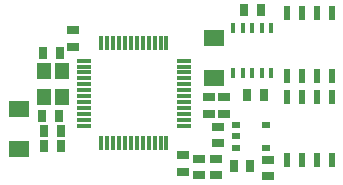
<source format=gtp>
G04 (created by PCBNEW (2013-may-18)-stable) date Mit 10 Dez 2014 20:04:28 UTC*
%MOIN*%
G04 Gerber Fmt 3.4, Leading zero omitted, Abs format*
%FSLAX34Y34*%
G01*
G70*
G90*
G04 APERTURE LIST*
%ADD10C,0.00590551*%
%ADD11R,0.0393701X0.0275591*%
%ADD12R,0.0275591X0.0393701*%
%ADD13R,0.03X0.02*%
%ADD14R,0.0708X0.0551*%
%ADD15R,0.0452756X0.0551181*%
%ADD16R,0.0472441X0.011811*%
%ADD17R,0.011811X0.0472441*%
%ADD18R,0.0126X0.0339*%
%ADD19R,0.02X0.045*%
G04 APERTURE END LIST*
G54D10*
G54D11*
X54094Y-41338D03*
X54094Y-40787D03*
X50433Y-36614D03*
X50433Y-37165D03*
G54D12*
X49980Y-37381D03*
X49429Y-37381D03*
X49409Y-39468D03*
X49960Y-39468D03*
G54D13*
X55877Y-39782D03*
X55877Y-40532D03*
X56877Y-39782D03*
X55877Y-40157D03*
X56877Y-40532D03*
G54D14*
X48622Y-39252D03*
X48622Y-40590D03*
G54D15*
X49448Y-38858D03*
X49448Y-37992D03*
X50078Y-37992D03*
X50078Y-38858D03*
G54D16*
X50787Y-37637D03*
X50787Y-37834D03*
X50787Y-38031D03*
X50787Y-38228D03*
X50787Y-38425D03*
X50787Y-38622D03*
X50787Y-38818D03*
X50787Y-39015D03*
X50787Y-39212D03*
X50787Y-39409D03*
X50787Y-39606D03*
X50787Y-39803D03*
G54D17*
X51377Y-40393D03*
X51574Y-40393D03*
X51771Y-40393D03*
X51968Y-40393D03*
X52165Y-40393D03*
X52362Y-40393D03*
X52559Y-40393D03*
X52755Y-40393D03*
X52952Y-40393D03*
X53149Y-40393D03*
X53346Y-40393D03*
X53543Y-40393D03*
G54D16*
X54133Y-39803D03*
X54133Y-39606D03*
X54133Y-39409D03*
X54133Y-39212D03*
X54133Y-39015D03*
X54133Y-38818D03*
X54133Y-38622D03*
X54133Y-38425D03*
X54133Y-38228D03*
X54133Y-38031D03*
X54133Y-37834D03*
X54133Y-37637D03*
G54D17*
X53543Y-37047D03*
X53346Y-37047D03*
X53149Y-37047D03*
X52952Y-37047D03*
X52755Y-37047D03*
X52559Y-37047D03*
X52362Y-37047D03*
X52165Y-37047D03*
X51968Y-37047D03*
X51771Y-37047D03*
X51574Y-37047D03*
X51377Y-37047D03*
G54D11*
X54645Y-41456D03*
X54645Y-40905D03*
X55196Y-41456D03*
X55196Y-40905D03*
G54D12*
X55787Y-41141D03*
X56338Y-41141D03*
G54D11*
X55472Y-39409D03*
X55472Y-38858D03*
X56929Y-41496D03*
X56929Y-40944D03*
X54960Y-39409D03*
X54960Y-38858D03*
G54D12*
X49468Y-39980D03*
X50019Y-39980D03*
G54D11*
X55275Y-40393D03*
X55275Y-39842D03*
G54D12*
X56791Y-38779D03*
X56240Y-38779D03*
X56141Y-35944D03*
X56692Y-35944D03*
G54D18*
X55770Y-38062D03*
X56085Y-38062D03*
X56400Y-38062D03*
X56715Y-38062D03*
X57030Y-38062D03*
X57030Y-36538D03*
X56715Y-36538D03*
X56400Y-36538D03*
X56085Y-36538D03*
X55770Y-36538D03*
G54D14*
X55118Y-38228D03*
X55118Y-36890D03*
G54D19*
X59050Y-40950D03*
X59050Y-38850D03*
X58550Y-40950D03*
X58050Y-40950D03*
X57550Y-40950D03*
X58550Y-38850D03*
X58050Y-38850D03*
X57550Y-38850D03*
X59050Y-38150D03*
X59050Y-36050D03*
X58550Y-38150D03*
X58050Y-38150D03*
X57550Y-38150D03*
X58550Y-36050D03*
X58050Y-36050D03*
X57550Y-36050D03*
G54D12*
X49468Y-40472D03*
X50019Y-40472D03*
M02*

</source>
